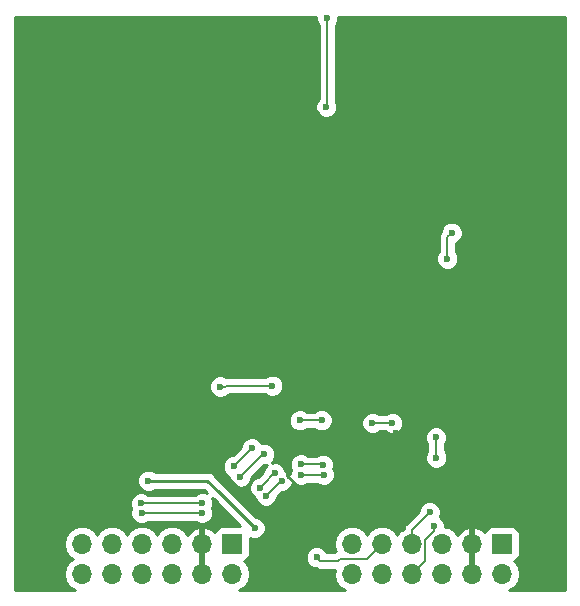
<source format=gbl>
G04 #@! TF.GenerationSoftware,KiCad,Pcbnew,5.0.0*
G04 #@! TF.CreationDate,2018-07-16T13:27:37+02:00*
G04 #@! TF.ProjectId,csipmod,637369706D6F642E6B696361645F7063,rev?*
G04 #@! TF.SameCoordinates,Original*
G04 #@! TF.FileFunction,Copper,L4,Bot,Signal*
G04 #@! TF.FilePolarity,Positive*
%FSLAX46Y46*%
G04 Gerber Fmt 4.6, Leading zero omitted, Abs format (unit mm)*
G04 Created by KiCad (PCBNEW 5.0.0) date Mon Jul 16 13:27:37 2018*
%MOMM*%
%LPD*%
G01*
G04 APERTURE LIST*
G04 #@! TA.AperFunction,ComponentPad*
%ADD10R,1.700000X1.700000*%
G04 #@! TD*
G04 #@! TA.AperFunction,ComponentPad*
%ADD11O,1.700000X1.700000*%
G04 #@! TD*
G04 #@! TA.AperFunction,ViaPad*
%ADD12C,0.600000*%
G04 #@! TD*
G04 #@! TA.AperFunction,Conductor*
%ADD13C,0.250000*%
G04 #@! TD*
G04 #@! TA.AperFunction,Conductor*
%ADD14C,0.180000*%
G04 #@! TD*
G04 #@! TA.AperFunction,Conductor*
%ADD15C,0.254000*%
G04 #@! TD*
G04 APERTURE END LIST*
D10*
G04 #@! TO.P,J1,6*
G04 #@! TO.N,+3V3*
X132080000Y-86360000D03*
D11*
G04 #@! TO.P,J1,12*
X132080000Y-88900000D03*
G04 #@! TO.P,J1,5*
G04 #@! TO.N,GND*
X129540000Y-86360000D03*
G04 #@! TO.P,J1,11*
X129540000Y-88900000D03*
G04 #@! TO.P,J1,4*
G04 #@! TO.N,/LPD0+*
X127000000Y-86360000D03*
G04 #@! TO.P,J1,10*
G04 #@! TO.N,/LPD1+*
X127000000Y-88900000D03*
G04 #@! TO.P,J1,3*
G04 #@! TO.N,/LPD0-*
X124460000Y-86360000D03*
G04 #@! TO.P,J1,9*
G04 #@! TO.N,/LPD1-*
X124460000Y-88900000D03*
G04 #@! TO.P,J1,2*
G04 #@! TO.N,/LPCLK+*
X121920000Y-86360000D03*
G04 #@! TO.P,J1,8*
G04 #@! TO.N,/LPDREF*
X121920000Y-88900000D03*
G04 #@! TO.P,J1,1*
G04 #@! TO.N,/LPCLK-*
X119380000Y-86360000D03*
G04 #@! TO.P,J1,7*
G04 #@! TO.N,/CAM_ENABLE*
X119380000Y-88900000D03*
G04 #@! TD*
G04 #@! TO.P,J2,7*
G04 #@! TO.N,/HSD0+*
X142240000Y-88900000D03*
G04 #@! TO.P,J2,1*
G04 #@! TO.N,/HSD1-*
X142240000Y-86360000D03*
G04 #@! TO.P,J2,8*
G04 #@! TO.N,/HSD1+*
X144780000Y-88900000D03*
G04 #@! TO.P,J2,2*
G04 #@! TO.N,/HSD0-*
X144780000Y-86360000D03*
G04 #@! TO.P,J2,9*
G04 #@! TO.N,/HSCLK+*
X147320000Y-88900000D03*
G04 #@! TO.P,J2,3*
G04 #@! TO.N,/FPGA_SDA*
X147320000Y-86360000D03*
G04 #@! TO.P,J2,10*
G04 #@! TO.N,/FPGA_SCL*
X149860000Y-88900000D03*
G04 #@! TO.P,J2,4*
G04 #@! TO.N,/HSCLK-*
X149860000Y-86360000D03*
G04 #@! TO.P,J2,11*
G04 #@! TO.N,GND*
X152400000Y-88900000D03*
G04 #@! TO.P,J2,5*
X152400000Y-86360000D03*
G04 #@! TO.P,J2,12*
G04 #@! TO.N,+3V3*
X154940000Y-88900000D03*
D10*
G04 #@! TO.P,J2,6*
X154940000Y-86360000D03*
G04 #@! TD*
D12*
G04 #@! TO.N,+3V3*
X134000000Y-85000000D03*
X125000000Y-81000000D03*
G04 #@! TO.N,GND*
X158200000Y-74990000D03*
X152030000Y-73190000D03*
X157700000Y-64790000D03*
X154040000Y-66860000D03*
X127000000Y-78000000D03*
X131750000Y-77500000D03*
X131750000Y-75750000D03*
X130750000Y-79750000D03*
X133250000Y-81750000D03*
X134750000Y-83750000D03*
X138000000Y-87000000D03*
X136500000Y-89750000D03*
X133750000Y-88250000D03*
X140750000Y-85000000D03*
X137500000Y-81750000D03*
X136750000Y-79250000D03*
X137750000Y-77250000D03*
X133750000Y-76250000D03*
X140000000Y-77250000D03*
X141250000Y-76250000D03*
X143750000Y-77250000D03*
X143250000Y-78500000D03*
X141500000Y-80500000D03*
X143000000Y-82750000D03*
X146000000Y-83750000D03*
X144750000Y-82750000D03*
X143500000Y-80250000D03*
X146000000Y-80250000D03*
X146000000Y-77000000D03*
X148500000Y-75000000D03*
X148000000Y-80250000D03*
X148000000Y-82250000D03*
X135750000Y-69500000D03*
X129750000Y-69500000D03*
X135500000Y-76250000D03*
X141750000Y-69500000D03*
X147750000Y-69500000D03*
X145750000Y-63000000D03*
X141750000Y-63000000D03*
X135500000Y-63000000D03*
X135500000Y-60500000D03*
X135500000Y-58250000D03*
X135500000Y-56250000D03*
X134500000Y-54000000D03*
X133000000Y-52000000D03*
X133000000Y-50000000D03*
X130000000Y-50000000D03*
X130000000Y-52000000D03*
X131250000Y-54000000D03*
X131250000Y-56250000D03*
X131250000Y-58250000D03*
X131250000Y-63000000D03*
X130500000Y-65500000D03*
X130000000Y-67500000D03*
X135500000Y-65250000D03*
X141750000Y-65250000D03*
X141750000Y-60500000D03*
X141750000Y-58250000D03*
X140500000Y-55750000D03*
X139000000Y-53500000D03*
X137250000Y-51750000D03*
X136000000Y-50000000D03*
X139250000Y-50000000D03*
X142000000Y-52250000D03*
X145000000Y-54250000D03*
X146750000Y-58250000D03*
X146750000Y-60750000D03*
X147750000Y-65500000D03*
X126750000Y-68500000D03*
X126750000Y-58250000D03*
X115000000Y-70000000D03*
X115000000Y-76000000D03*
X115000000Y-88000000D03*
X151500000Y-82000000D03*
X154000000Y-80750000D03*
X156250000Y-80750000D03*
X156500000Y-77500000D03*
X159750000Y-77500000D03*
X160000000Y-76000000D03*
X157500000Y-85250000D03*
X157500000Y-89250000D03*
X160000000Y-89250000D03*
X160000000Y-62250000D03*
X160000000Y-49750000D03*
X157500000Y-45000000D03*
X154250000Y-49750000D03*
X148000000Y-49750000D03*
X148000000Y-51500000D03*
X154250000Y-51500000D03*
X154250000Y-54750000D03*
X154250000Y-59000000D03*
X151500000Y-59000000D03*
X151500000Y-54750000D03*
X151500000Y-51500000D03*
X150000000Y-45000000D03*
X150000000Y-42500000D03*
X118750000Y-84250000D03*
X124000000Y-82000000D03*
X120750000Y-80000000D03*
X121000000Y-78000000D03*
G04 #@! TO.N,/CAM_SDA*
X150320000Y-62200000D03*
X150670000Y-60020000D03*
G04 #@! TO.N,/FPGA_SCL*
X149347919Y-77340000D03*
X149370000Y-79060000D03*
G04 #@! TO.N,/FPGA_SDA*
X148807919Y-83670000D03*
G04 #@! TO.N,/HSD0-*
X139250000Y-87500000D03*
G04 #@! TO.N,/LPD1-*
X131090000Y-73030000D03*
X135490000Y-72950000D03*
G04 #@! TO.N,/LPD0+*
X133760000Y-78250000D03*
X132220000Y-79790000D03*
G04 #@! TO.N,/LPCLK+*
X124420000Y-83750000D03*
X129560000Y-83750000D03*
X134950700Y-82311021D03*
X136290000Y-81030000D03*
X137925584Y-80519514D03*
X139846955Y-80486511D03*
X143975000Y-76110000D03*
X145660000Y-76120000D03*
G04 #@! TO.N,/HSCLK+*
X149168929Y-84832032D03*
G04 #@! TO.N,/LPCLK-*
X124386909Y-82900643D03*
X129560000Y-82890000D03*
X134470000Y-81610000D03*
X135680000Y-80380000D03*
X137910000Y-79630000D03*
X139770000Y-79640000D03*
G04 #@! TO.N,/LPD1+*
X134820000Y-78760000D03*
X137820000Y-75890000D03*
X139660000Y-75880000D03*
X132790000Y-80670000D03*
G04 #@! TO.N,/CAM_ENABLE*
X140150000Y-41850000D03*
X140060000Y-49350000D03*
G04 #@! TD*
D13*
G04 #@! TO.N,+3V3*
X134000000Y-85000000D02*
X131000000Y-82000000D01*
X131000000Y-82000000D02*
X130000000Y-81000000D01*
X130000000Y-81000000D02*
X125000000Y-81000000D01*
G04 #@! TO.N,GND*
X131750000Y-77500000D02*
X131750000Y-78750000D01*
X131750000Y-78750000D02*
X130750000Y-79750000D01*
X130750000Y-79750000D02*
X132750000Y-81750000D01*
X132750000Y-81750000D02*
X133250000Y-81750000D01*
X133250000Y-81750000D02*
X133250000Y-82250000D01*
X133250000Y-82250000D02*
X134750000Y-83750000D01*
X138000000Y-87000000D02*
X136500000Y-88500000D01*
X136500000Y-88500000D02*
X136500000Y-89750000D01*
X138299999Y-86700001D02*
X138299999Y-86450001D01*
X138000000Y-87000000D02*
X138299999Y-86700001D01*
X138299999Y-86450001D02*
X139750000Y-85000000D01*
X139750000Y-85000000D02*
X140750000Y-85000000D01*
X136750000Y-80575736D02*
X136750000Y-79250000D01*
X137500000Y-81750000D02*
X137500000Y-81325736D01*
X137500000Y-81325736D02*
X136750000Y-80575736D01*
X137750000Y-77250000D02*
X136750000Y-76250000D01*
X135500000Y-76250000D02*
X133750000Y-76250000D01*
X136750000Y-76250000D02*
X135500000Y-76250000D01*
X137750000Y-77250000D02*
X140000000Y-77250000D01*
X141250000Y-76250000D02*
X142750000Y-76250000D01*
X142750000Y-76250000D02*
X143750000Y-77250000D01*
X143250000Y-78500000D02*
X141500000Y-80250000D01*
X141500000Y-80250000D02*
X141500000Y-80500000D01*
X143000000Y-82750000D02*
X144000000Y-83750000D01*
X144000000Y-83750000D02*
X146000000Y-83750000D01*
X144750000Y-82750000D02*
X144750000Y-81500000D01*
X144750000Y-81500000D02*
X143500000Y-80250000D01*
X143500000Y-80250000D02*
X146000000Y-80250000D01*
X146000000Y-77000000D02*
X146500000Y-77000000D01*
X146500000Y-77000000D02*
X148500000Y-75000000D01*
X150310000Y-73190000D02*
X148500000Y-75000000D01*
X152030000Y-73190000D02*
X150310000Y-73190000D01*
X146000000Y-80250000D02*
X148000000Y-80250000D01*
X136065001Y-74184999D02*
X136750000Y-73500000D01*
X135750000Y-69500000D02*
X129750000Y-69500000D01*
X135500000Y-76250000D02*
X135799999Y-75950001D01*
X135799999Y-75950001D02*
X135799999Y-74700001D01*
X136750000Y-73500000D02*
X136750000Y-70000000D01*
X135799999Y-74700001D02*
X136065001Y-74434999D01*
X136750000Y-70000000D02*
X136250000Y-69500000D01*
X136065001Y-74434999D02*
X136065001Y-74184999D01*
X136250000Y-69500000D02*
X135750000Y-69500000D01*
X141750000Y-69500000D02*
X143000000Y-69500000D01*
X147750000Y-65000000D02*
X145750000Y-63000000D01*
X141750000Y-63000000D02*
X135500000Y-63000000D01*
X135500000Y-60500000D02*
X135500000Y-58250000D01*
X135500000Y-56250000D02*
X135500000Y-55000000D01*
X135500000Y-55000000D02*
X134500000Y-54000000D01*
X133000000Y-52000000D02*
X133000000Y-50000000D01*
X130000000Y-50000000D02*
X130000000Y-52000000D01*
X131250000Y-54000000D02*
X131250000Y-56250000D01*
X131250000Y-56250000D02*
X131250000Y-58250000D01*
X131250000Y-58250000D02*
X131250000Y-63000000D01*
X130500000Y-65500000D02*
X130500000Y-67000000D01*
X130500000Y-67000000D02*
X130000000Y-67500000D01*
X135500000Y-69250000D02*
X135750000Y-69500000D01*
X135500000Y-65250000D02*
X135500000Y-69250000D01*
X141750000Y-63000000D02*
X141750000Y-60500000D01*
X141750000Y-58250000D02*
X141750000Y-57000000D01*
X141750000Y-57000000D02*
X140500000Y-55750000D01*
X139000000Y-53500000D02*
X137250000Y-51750000D01*
X136000000Y-50000000D02*
X139250000Y-50000000D01*
X142000000Y-52250000D02*
X143000000Y-52250000D01*
X143000000Y-52250000D02*
X145000000Y-54250000D01*
X146750000Y-58250000D02*
X146750000Y-60750000D01*
X147750000Y-65500000D02*
X147750000Y-65000000D01*
X147750000Y-69500000D02*
X147750000Y-65500000D01*
X129750000Y-69500000D02*
X127750000Y-69500000D01*
X127750000Y-69500000D02*
X126750000Y-68500000D01*
X126450001Y-68200001D02*
X116049999Y-68200001D01*
X126750000Y-68500000D02*
X126450001Y-68200001D01*
X116049999Y-68200001D02*
X115000000Y-69250000D01*
X115000000Y-69250000D02*
X115000000Y-70000000D01*
X115000000Y-76000000D02*
X115000000Y-88000000D01*
X152400000Y-86360000D02*
X152400000Y-82900000D01*
X152400000Y-82900000D02*
X151500000Y-82000000D01*
X151500000Y-82000000D02*
X152750000Y-82000000D01*
X152750000Y-82000000D02*
X154000000Y-80750000D01*
X154000000Y-80750000D02*
X156250000Y-80750000D01*
X156500000Y-77500000D02*
X159750000Y-77500000D01*
X156250000Y-80750000D02*
X156250000Y-84000000D01*
X156250000Y-84000000D02*
X157500000Y-85250000D01*
X157500000Y-89250000D02*
X160000000Y-89250000D01*
X160000000Y-76000000D02*
X160000000Y-62250000D01*
X160000000Y-49750000D02*
X160000000Y-47500000D01*
X160000000Y-47500000D02*
X157500000Y-45000000D01*
X160000000Y-49750000D02*
X154250000Y-49750000D01*
X148000000Y-49750000D02*
X148000000Y-51500000D01*
X154250000Y-54750000D02*
X154250000Y-59000000D01*
X151500000Y-59000000D02*
X151500000Y-54750000D01*
X148000000Y-49750000D02*
X148000000Y-47000000D01*
X148000000Y-47000000D02*
X150000000Y-45000000D01*
X115000000Y-88000000D02*
X117000000Y-88000000D01*
X117000000Y-88000000D02*
X116750000Y-87750000D01*
X116750000Y-87750000D02*
X116750000Y-86250000D01*
X116750000Y-86250000D02*
X118750000Y-84250000D01*
X120750000Y-80000000D02*
X120750000Y-78250000D01*
X120750000Y-78250000D02*
X121000000Y-78000000D01*
D14*
G04 #@! TO.N,/CAM_SDA*
X150320000Y-62200000D02*
X150320000Y-60370000D01*
X150320000Y-60370000D02*
X150670000Y-60020000D01*
G04 #@! TO.N,/FPGA_SCL*
X149347919Y-77340000D02*
X149347919Y-79037919D01*
X149347919Y-79037919D02*
X149370000Y-79060000D01*
G04 #@! TO.N,/FPGA_SDA*
X147320000Y-85157919D02*
X148807919Y-83670000D01*
X147320000Y-86360000D02*
X147320000Y-85157919D01*
G04 #@! TO.N,/HSD0-*
X144780000Y-86360000D02*
X143510000Y-87630000D01*
X139549999Y-87799999D02*
X141060001Y-87799999D01*
X139250000Y-87500000D02*
X139549999Y-87799999D01*
X141230000Y-87630000D02*
X141060001Y-87799999D01*
X143510000Y-87630000D02*
X141230000Y-87630000D01*
G04 #@! TO.N,/LPD1-*
X131514264Y-73030000D02*
X131594264Y-72950000D01*
X131090000Y-73030000D02*
X131514264Y-73030000D01*
X131594264Y-72950000D02*
X135490000Y-72950000D01*
G04 #@! TO.N,/LPD0+*
X133760000Y-78250000D02*
X132220000Y-79790000D01*
G04 #@! TO.N,/LPCLK+*
X124420000Y-83750000D02*
X129560000Y-83750000D01*
X134950700Y-82311021D02*
X136231721Y-81030000D01*
X136231721Y-81030000D02*
X136290000Y-81030000D01*
X137925584Y-80519514D02*
X139813952Y-80519514D01*
X139813952Y-80519514D02*
X139846955Y-80486511D01*
X143975000Y-76110000D02*
X145650000Y-76110000D01*
X145650000Y-76110000D02*
X145660000Y-76120000D01*
G04 #@! TO.N,/HSCLK+*
X148169999Y-88050001D02*
X147320000Y-88900000D01*
X148410001Y-87809999D02*
X148169999Y-88050001D01*
X148410001Y-86015224D02*
X148410001Y-87809999D01*
X149168929Y-85256296D02*
X148410001Y-86015224D01*
X149168929Y-84832032D02*
X149168929Y-85256296D01*
G04 #@! TO.N,/LPCLK-*
X124386909Y-82900643D02*
X129549357Y-82900643D01*
X129549357Y-82900643D02*
X129560000Y-82890000D01*
X134769999Y-81310001D02*
X134769999Y-81250001D01*
X134470000Y-81610000D02*
X134769999Y-81310001D01*
X134769999Y-81250001D02*
X135640000Y-80380000D01*
X135640000Y-80380000D02*
X135680000Y-80380000D01*
X137910000Y-79630000D02*
X139760000Y-79630000D01*
X139760000Y-79630000D02*
X139770000Y-79640000D01*
G04 #@! TO.N,/LPD1+*
X137820000Y-75890000D02*
X139650000Y-75890000D01*
X139650000Y-75890000D02*
X139660000Y-75880000D01*
X134690000Y-78760000D02*
X134820000Y-78760000D01*
X132790000Y-80670000D02*
X134690000Y-78760000D01*
G04 #@! TO.N,/CAM_ENABLE*
X140150000Y-41850000D02*
X140150000Y-49260000D01*
X140150000Y-49260000D02*
X140060000Y-49350000D01*
G04 #@! TD*
D15*
G04 #@! TO.N,GND*
G36*
X139215000Y-42035983D02*
X139357345Y-42379635D01*
X139425000Y-42447290D01*
X139425001Y-48662709D01*
X139267345Y-48820365D01*
X139125000Y-49164017D01*
X139125000Y-49535983D01*
X139267345Y-49879635D01*
X139530365Y-50142655D01*
X139874017Y-50285000D01*
X140245983Y-50285000D01*
X140589635Y-50142655D01*
X140852655Y-49879635D01*
X140995000Y-49535983D01*
X140995000Y-49164017D01*
X140875000Y-48874311D01*
X140875000Y-42447290D01*
X140942655Y-42379635D01*
X141085000Y-42035983D01*
X141085000Y-41735000D01*
X160265001Y-41735000D01*
X160265000Y-83927612D01*
X160265000Y-83927613D01*
X160265001Y-90265000D01*
X155570062Y-90265000D01*
X156010625Y-89970625D01*
X156338839Y-89479418D01*
X156454092Y-88900000D01*
X156338839Y-88320582D01*
X156010625Y-87829375D01*
X155992381Y-87817184D01*
X156037765Y-87808157D01*
X156247809Y-87667809D01*
X156388157Y-87457765D01*
X156437440Y-87210000D01*
X156437440Y-85510000D01*
X156388157Y-85262235D01*
X156247809Y-85052191D01*
X156037765Y-84911843D01*
X155790000Y-84862560D01*
X154090000Y-84862560D01*
X153842235Y-84911843D01*
X153632191Y-85052191D01*
X153491843Y-85262235D01*
X153471261Y-85365708D01*
X153166924Y-85088355D01*
X152756890Y-84918524D01*
X152527000Y-85039845D01*
X152527000Y-86233000D01*
X152547000Y-86233000D01*
X152547000Y-86487000D01*
X152527000Y-86487000D01*
X152527000Y-88773000D01*
X152547000Y-88773000D01*
X152547000Y-89027000D01*
X152527000Y-89027000D01*
X152527000Y-89047000D01*
X152273000Y-89047000D01*
X152273000Y-89027000D01*
X152253000Y-89027000D01*
X152253000Y-88773000D01*
X152273000Y-88773000D01*
X152273000Y-86487000D01*
X152253000Y-86487000D01*
X152253000Y-86233000D01*
X152273000Y-86233000D01*
X152273000Y-85039845D01*
X152043110Y-84918524D01*
X151633076Y-85088355D01*
X151204817Y-85478642D01*
X151143843Y-85608478D01*
X150930625Y-85289375D01*
X150439418Y-84961161D01*
X150103929Y-84894428D01*
X150103929Y-84646049D01*
X149961584Y-84302397D01*
X149698564Y-84039377D01*
X149671584Y-84028202D01*
X149742919Y-83855983D01*
X149742919Y-83484017D01*
X149600574Y-83140365D01*
X149337554Y-82877345D01*
X148993902Y-82735000D01*
X148621936Y-82735000D01*
X148278284Y-82877345D01*
X148015264Y-83140365D01*
X147872919Y-83484017D01*
X147872919Y-83579695D01*
X146857836Y-84594779D01*
X146797306Y-84635224D01*
X146756860Y-84695755D01*
X146756858Y-84695757D01*
X146637065Y-84875039D01*
X146601442Y-85054131D01*
X146249375Y-85289375D01*
X146050000Y-85587761D01*
X145850625Y-85289375D01*
X145359418Y-84961161D01*
X144926256Y-84875000D01*
X144633744Y-84875000D01*
X144200582Y-84961161D01*
X143709375Y-85289375D01*
X143510000Y-85587761D01*
X143310625Y-85289375D01*
X142819418Y-84961161D01*
X142386256Y-84875000D01*
X142093744Y-84875000D01*
X141660582Y-84961161D01*
X141169375Y-85289375D01*
X140841161Y-85780582D01*
X140725908Y-86360000D01*
X140841161Y-86939418D01*
X140877398Y-86993651D01*
X140755654Y-87074999D01*
X140085996Y-87074999D01*
X140042655Y-86970365D01*
X139779635Y-86707345D01*
X139435983Y-86565000D01*
X139064017Y-86565000D01*
X138720365Y-86707345D01*
X138457345Y-86970365D01*
X138315000Y-87314017D01*
X138315000Y-87685983D01*
X138457345Y-88029635D01*
X138720365Y-88292655D01*
X139064017Y-88435000D01*
X139195380Y-88435000D01*
X139267118Y-88482934D01*
X139478595Y-88524999D01*
X139478599Y-88524999D01*
X139549999Y-88539201D01*
X139621399Y-88524999D01*
X140800500Y-88524999D01*
X140725908Y-88900000D01*
X140841161Y-89479418D01*
X141169375Y-89970625D01*
X141609938Y-90265000D01*
X132710062Y-90265000D01*
X133150625Y-89970625D01*
X133478839Y-89479418D01*
X133594092Y-88900000D01*
X133478839Y-88320582D01*
X133150625Y-87829375D01*
X133132381Y-87817184D01*
X133177765Y-87808157D01*
X133387809Y-87667809D01*
X133528157Y-87457765D01*
X133577440Y-87210000D01*
X133577440Y-85837007D01*
X133814017Y-85935000D01*
X134185983Y-85935000D01*
X134529635Y-85792655D01*
X134792655Y-85529635D01*
X134935000Y-85185983D01*
X134935000Y-84814017D01*
X134792655Y-84470365D01*
X134529635Y-84207345D01*
X134185983Y-84065000D01*
X134139802Y-84065000D01*
X131590331Y-81515530D01*
X131590329Y-81515527D01*
X130590331Y-80515530D01*
X130547929Y-80452071D01*
X130296537Y-80284096D01*
X130074852Y-80240000D01*
X130074847Y-80240000D01*
X130000000Y-80225112D01*
X129925153Y-80240000D01*
X125562290Y-80240000D01*
X125529635Y-80207345D01*
X125185983Y-80065000D01*
X124814017Y-80065000D01*
X124470365Y-80207345D01*
X124207345Y-80470365D01*
X124065000Y-80814017D01*
X124065000Y-81185983D01*
X124207345Y-81529635D01*
X124470365Y-81792655D01*
X124814017Y-81935000D01*
X125185983Y-81935000D01*
X125529635Y-81792655D01*
X125562290Y-81760000D01*
X129685199Y-81760000D01*
X129975103Y-82049904D01*
X129745983Y-81955000D01*
X129374017Y-81955000D01*
X129030365Y-82097345D01*
X128952067Y-82175643D01*
X124984199Y-82175643D01*
X124916544Y-82107988D01*
X124572892Y-81965643D01*
X124200926Y-81965643D01*
X123857274Y-82107988D01*
X123594254Y-82371008D01*
X123451909Y-82714660D01*
X123451909Y-83086626D01*
X123567325Y-83365266D01*
X123485000Y-83564017D01*
X123485000Y-83935983D01*
X123627345Y-84279635D01*
X123890365Y-84542655D01*
X124234017Y-84685000D01*
X124605983Y-84685000D01*
X124949635Y-84542655D01*
X125017290Y-84475000D01*
X128962710Y-84475000D01*
X129030365Y-84542655D01*
X129374017Y-84685000D01*
X129745983Y-84685000D01*
X130089635Y-84542655D01*
X130352655Y-84279635D01*
X130495000Y-83935983D01*
X130495000Y-83564017D01*
X130393925Y-83320000D01*
X130495000Y-83075983D01*
X130495000Y-82704017D01*
X130400096Y-82474898D01*
X130515527Y-82590329D01*
X130515530Y-82590331D01*
X132787758Y-84862560D01*
X131230000Y-84862560D01*
X130982235Y-84911843D01*
X130772191Y-85052191D01*
X130631843Y-85262235D01*
X130611261Y-85365708D01*
X130306924Y-85088355D01*
X129896890Y-84918524D01*
X129667000Y-85039845D01*
X129667000Y-86233000D01*
X129687000Y-86233000D01*
X129687000Y-86487000D01*
X129667000Y-86487000D01*
X129667000Y-88773000D01*
X129687000Y-88773000D01*
X129687000Y-89027000D01*
X129667000Y-89027000D01*
X129667000Y-89047000D01*
X129413000Y-89047000D01*
X129413000Y-89027000D01*
X129393000Y-89027000D01*
X129393000Y-88773000D01*
X129413000Y-88773000D01*
X129413000Y-86487000D01*
X129393000Y-86487000D01*
X129393000Y-86233000D01*
X129413000Y-86233000D01*
X129413000Y-85039845D01*
X129183110Y-84918524D01*
X128773076Y-85088355D01*
X128344817Y-85478642D01*
X128283843Y-85608478D01*
X128070625Y-85289375D01*
X127579418Y-84961161D01*
X127146256Y-84875000D01*
X126853744Y-84875000D01*
X126420582Y-84961161D01*
X125929375Y-85289375D01*
X125730000Y-85587761D01*
X125530625Y-85289375D01*
X125039418Y-84961161D01*
X124606256Y-84875000D01*
X124313744Y-84875000D01*
X123880582Y-84961161D01*
X123389375Y-85289375D01*
X123190000Y-85587761D01*
X122990625Y-85289375D01*
X122499418Y-84961161D01*
X122066256Y-84875000D01*
X121773744Y-84875000D01*
X121340582Y-84961161D01*
X120849375Y-85289375D01*
X120650000Y-85587761D01*
X120450625Y-85289375D01*
X119959418Y-84961161D01*
X119526256Y-84875000D01*
X119233744Y-84875000D01*
X118800582Y-84961161D01*
X118309375Y-85289375D01*
X117981161Y-85780582D01*
X117865908Y-86360000D01*
X117981161Y-86939418D01*
X118309375Y-87430625D01*
X118607761Y-87630000D01*
X118309375Y-87829375D01*
X117981161Y-88320582D01*
X117865908Y-88900000D01*
X117981161Y-89479418D01*
X118309375Y-89970625D01*
X118749938Y-90265000D01*
X113735000Y-90265000D01*
X113735000Y-79604017D01*
X131285000Y-79604017D01*
X131285000Y-79975983D01*
X131427345Y-80319635D01*
X131690365Y-80582655D01*
X131855000Y-80650849D01*
X131855000Y-80855983D01*
X131997345Y-81199635D01*
X132260365Y-81462655D01*
X132604017Y-81605000D01*
X132975983Y-81605000D01*
X133319635Y-81462655D01*
X133582655Y-81199635D01*
X133725000Y-80855983D01*
X133725000Y-80758084D01*
X134782519Y-79695000D01*
X135005983Y-79695000D01*
X135068680Y-79669030D01*
X134887345Y-79850365D01*
X134745000Y-80194017D01*
X134745000Y-80249695D01*
X134319696Y-80675000D01*
X134284017Y-80675000D01*
X133940365Y-80817345D01*
X133677345Y-81080365D01*
X133535000Y-81424017D01*
X133535000Y-81795983D01*
X133677345Y-82139635D01*
X133940365Y-82402655D01*
X134015700Y-82433860D01*
X134015700Y-82497004D01*
X134158045Y-82840656D01*
X134421065Y-83103676D01*
X134764717Y-83246021D01*
X135136683Y-83246021D01*
X135480335Y-83103676D01*
X135743355Y-82840656D01*
X135885700Y-82497004D01*
X135885700Y-82401325D01*
X136322026Y-81965000D01*
X136475983Y-81965000D01*
X136819635Y-81822655D01*
X137082655Y-81559635D01*
X137225000Y-81215983D01*
X137225000Y-81141220D01*
X137395949Y-81312169D01*
X137739601Y-81454514D01*
X138111567Y-81454514D01*
X138455219Y-81312169D01*
X138522874Y-81244514D01*
X139282668Y-81244514D01*
X139317320Y-81279166D01*
X139660972Y-81421511D01*
X140032938Y-81421511D01*
X140376590Y-81279166D01*
X140639610Y-81016146D01*
X140781955Y-80672494D01*
X140781955Y-80300528D01*
X140645196Y-79970362D01*
X140705000Y-79825983D01*
X140705000Y-79454017D01*
X140562655Y-79110365D01*
X140299635Y-78847345D01*
X139955983Y-78705000D01*
X139584017Y-78705000D01*
X139240365Y-78847345D01*
X139182710Y-78905000D01*
X138507290Y-78905000D01*
X138439635Y-78837345D01*
X138095983Y-78695000D01*
X137724017Y-78695000D01*
X137380365Y-78837345D01*
X137117345Y-79100365D01*
X136975000Y-79444017D01*
X136975000Y-79815983D01*
X137089979Y-80093569D01*
X136990584Y-80333531D01*
X136990584Y-80408294D01*
X136819635Y-80237345D01*
X136594283Y-80144001D01*
X136472655Y-79850365D01*
X136209635Y-79587345D01*
X135865983Y-79445000D01*
X135494017Y-79445000D01*
X135431320Y-79470970D01*
X135612655Y-79289635D01*
X135755000Y-78945983D01*
X135755000Y-78574017D01*
X135612655Y-78230365D01*
X135349635Y-77967345D01*
X135005983Y-77825000D01*
X134634017Y-77825000D01*
X134601564Y-77838442D01*
X134552655Y-77720365D01*
X134289635Y-77457345D01*
X133945983Y-77315000D01*
X133574017Y-77315000D01*
X133230365Y-77457345D01*
X132967345Y-77720365D01*
X132825000Y-78064017D01*
X132825000Y-78159695D01*
X132129696Y-78855000D01*
X132034017Y-78855000D01*
X131690365Y-78997345D01*
X131427345Y-79260365D01*
X131285000Y-79604017D01*
X113735000Y-79604017D01*
X113735000Y-77154017D01*
X148412919Y-77154017D01*
X148412919Y-77525983D01*
X148555264Y-77869635D01*
X148622919Y-77937290D01*
X148622920Y-78484790D01*
X148577345Y-78530365D01*
X148435000Y-78874017D01*
X148435000Y-79245983D01*
X148577345Y-79589635D01*
X148840365Y-79852655D01*
X149184017Y-79995000D01*
X149555983Y-79995000D01*
X149899635Y-79852655D01*
X150162655Y-79589635D01*
X150305000Y-79245983D01*
X150305000Y-78874017D01*
X150162655Y-78530365D01*
X150072919Y-78440629D01*
X150072919Y-77937290D01*
X150140574Y-77869635D01*
X150282919Y-77525983D01*
X150282919Y-77154017D01*
X150140574Y-76810365D01*
X149877554Y-76547345D01*
X149533902Y-76405000D01*
X149161936Y-76405000D01*
X148818284Y-76547345D01*
X148555264Y-76810365D01*
X148412919Y-77154017D01*
X113735000Y-77154017D01*
X113735000Y-75704017D01*
X136885000Y-75704017D01*
X136885000Y-76075983D01*
X137027345Y-76419635D01*
X137290365Y-76682655D01*
X137634017Y-76825000D01*
X138005983Y-76825000D01*
X138349635Y-76682655D01*
X138417290Y-76615000D01*
X139072710Y-76615000D01*
X139130365Y-76672655D01*
X139474017Y-76815000D01*
X139845983Y-76815000D01*
X140189635Y-76672655D01*
X140452655Y-76409635D01*
X140595000Y-76065983D01*
X140595000Y-75924017D01*
X143040000Y-75924017D01*
X143040000Y-76295983D01*
X143182345Y-76639635D01*
X143445365Y-76902655D01*
X143789017Y-77045000D01*
X144160983Y-77045000D01*
X144504635Y-76902655D01*
X144572290Y-76835000D01*
X145052710Y-76835000D01*
X145130365Y-76912655D01*
X145474017Y-77055000D01*
X145845983Y-77055000D01*
X146189635Y-76912655D01*
X146452655Y-76649635D01*
X146595000Y-76305983D01*
X146595000Y-75934017D01*
X146452655Y-75590365D01*
X146189635Y-75327345D01*
X145845983Y-75185000D01*
X145474017Y-75185000D01*
X145130365Y-75327345D01*
X145072710Y-75385000D01*
X144572290Y-75385000D01*
X144504635Y-75317345D01*
X144160983Y-75175000D01*
X143789017Y-75175000D01*
X143445365Y-75317345D01*
X143182345Y-75580365D01*
X143040000Y-75924017D01*
X140595000Y-75924017D01*
X140595000Y-75694017D01*
X140452655Y-75350365D01*
X140189635Y-75087345D01*
X139845983Y-74945000D01*
X139474017Y-74945000D01*
X139130365Y-75087345D01*
X139052710Y-75165000D01*
X138417290Y-75165000D01*
X138349635Y-75097345D01*
X138005983Y-74955000D01*
X137634017Y-74955000D01*
X137290365Y-75097345D01*
X137027345Y-75360365D01*
X136885000Y-75704017D01*
X113735000Y-75704017D01*
X113735000Y-72844017D01*
X130155000Y-72844017D01*
X130155000Y-73215983D01*
X130297345Y-73559635D01*
X130560365Y-73822655D01*
X130904017Y-73965000D01*
X131275983Y-73965000D01*
X131619635Y-73822655D01*
X131712523Y-73729767D01*
X131797145Y-73712935D01*
X131853918Y-73675000D01*
X134892710Y-73675000D01*
X134960365Y-73742655D01*
X135304017Y-73885000D01*
X135675983Y-73885000D01*
X136019635Y-73742655D01*
X136282655Y-73479635D01*
X136425000Y-73135983D01*
X136425000Y-72764017D01*
X136282655Y-72420365D01*
X136019635Y-72157345D01*
X135675983Y-72015000D01*
X135304017Y-72015000D01*
X134960365Y-72157345D01*
X134892710Y-72225000D01*
X131665662Y-72225000D01*
X131594263Y-72210798D01*
X131568106Y-72216001D01*
X131275983Y-72095000D01*
X130904017Y-72095000D01*
X130560365Y-72237345D01*
X130297345Y-72500365D01*
X130155000Y-72844017D01*
X113735000Y-72844017D01*
X113735000Y-62014017D01*
X149385000Y-62014017D01*
X149385000Y-62385983D01*
X149527345Y-62729635D01*
X149790365Y-62992655D01*
X150134017Y-63135000D01*
X150505983Y-63135000D01*
X150849635Y-62992655D01*
X151112655Y-62729635D01*
X151255000Y-62385983D01*
X151255000Y-62014017D01*
X151112655Y-61670365D01*
X151045000Y-61602710D01*
X151045000Y-60876707D01*
X151199635Y-60812655D01*
X151462655Y-60549635D01*
X151605000Y-60205983D01*
X151605000Y-59834017D01*
X151462655Y-59490365D01*
X151199635Y-59227345D01*
X150855983Y-59085000D01*
X150484017Y-59085000D01*
X150140365Y-59227345D01*
X149877345Y-59490365D01*
X149735000Y-59834017D01*
X149735000Y-59940551D01*
X149637065Y-60087120D01*
X149580798Y-60370000D01*
X149595001Y-60441405D01*
X149595000Y-61602710D01*
X149527345Y-61670365D01*
X149385000Y-62014017D01*
X113735000Y-62014017D01*
X113735000Y-41735000D01*
X139215000Y-41735000D01*
X139215000Y-42035983D01*
X139215000Y-42035983D01*
G37*
X139215000Y-42035983D02*
X139357345Y-42379635D01*
X139425000Y-42447290D01*
X139425001Y-48662709D01*
X139267345Y-48820365D01*
X139125000Y-49164017D01*
X139125000Y-49535983D01*
X139267345Y-49879635D01*
X139530365Y-50142655D01*
X139874017Y-50285000D01*
X140245983Y-50285000D01*
X140589635Y-50142655D01*
X140852655Y-49879635D01*
X140995000Y-49535983D01*
X140995000Y-49164017D01*
X140875000Y-48874311D01*
X140875000Y-42447290D01*
X140942655Y-42379635D01*
X141085000Y-42035983D01*
X141085000Y-41735000D01*
X160265001Y-41735000D01*
X160265000Y-83927612D01*
X160265000Y-83927613D01*
X160265001Y-90265000D01*
X155570062Y-90265000D01*
X156010625Y-89970625D01*
X156338839Y-89479418D01*
X156454092Y-88900000D01*
X156338839Y-88320582D01*
X156010625Y-87829375D01*
X155992381Y-87817184D01*
X156037765Y-87808157D01*
X156247809Y-87667809D01*
X156388157Y-87457765D01*
X156437440Y-87210000D01*
X156437440Y-85510000D01*
X156388157Y-85262235D01*
X156247809Y-85052191D01*
X156037765Y-84911843D01*
X155790000Y-84862560D01*
X154090000Y-84862560D01*
X153842235Y-84911843D01*
X153632191Y-85052191D01*
X153491843Y-85262235D01*
X153471261Y-85365708D01*
X153166924Y-85088355D01*
X152756890Y-84918524D01*
X152527000Y-85039845D01*
X152527000Y-86233000D01*
X152547000Y-86233000D01*
X152547000Y-86487000D01*
X152527000Y-86487000D01*
X152527000Y-88773000D01*
X152547000Y-88773000D01*
X152547000Y-89027000D01*
X152527000Y-89027000D01*
X152527000Y-89047000D01*
X152273000Y-89047000D01*
X152273000Y-89027000D01*
X152253000Y-89027000D01*
X152253000Y-88773000D01*
X152273000Y-88773000D01*
X152273000Y-86487000D01*
X152253000Y-86487000D01*
X152253000Y-86233000D01*
X152273000Y-86233000D01*
X152273000Y-85039845D01*
X152043110Y-84918524D01*
X151633076Y-85088355D01*
X151204817Y-85478642D01*
X151143843Y-85608478D01*
X150930625Y-85289375D01*
X150439418Y-84961161D01*
X150103929Y-84894428D01*
X150103929Y-84646049D01*
X149961584Y-84302397D01*
X149698564Y-84039377D01*
X149671584Y-84028202D01*
X149742919Y-83855983D01*
X149742919Y-83484017D01*
X149600574Y-83140365D01*
X149337554Y-82877345D01*
X148993902Y-82735000D01*
X148621936Y-82735000D01*
X148278284Y-82877345D01*
X148015264Y-83140365D01*
X147872919Y-83484017D01*
X147872919Y-83579695D01*
X146857836Y-84594779D01*
X146797306Y-84635224D01*
X146756860Y-84695755D01*
X146756858Y-84695757D01*
X146637065Y-84875039D01*
X146601442Y-85054131D01*
X146249375Y-85289375D01*
X146050000Y-85587761D01*
X145850625Y-85289375D01*
X145359418Y-84961161D01*
X144926256Y-84875000D01*
X144633744Y-84875000D01*
X144200582Y-84961161D01*
X143709375Y-85289375D01*
X143510000Y-85587761D01*
X143310625Y-85289375D01*
X142819418Y-84961161D01*
X142386256Y-84875000D01*
X142093744Y-84875000D01*
X141660582Y-84961161D01*
X141169375Y-85289375D01*
X140841161Y-85780582D01*
X140725908Y-86360000D01*
X140841161Y-86939418D01*
X140877398Y-86993651D01*
X140755654Y-87074999D01*
X140085996Y-87074999D01*
X140042655Y-86970365D01*
X139779635Y-86707345D01*
X139435983Y-86565000D01*
X139064017Y-86565000D01*
X138720365Y-86707345D01*
X138457345Y-86970365D01*
X138315000Y-87314017D01*
X138315000Y-87685983D01*
X138457345Y-88029635D01*
X138720365Y-88292655D01*
X139064017Y-88435000D01*
X139195380Y-88435000D01*
X139267118Y-88482934D01*
X139478595Y-88524999D01*
X139478599Y-88524999D01*
X139549999Y-88539201D01*
X139621399Y-88524999D01*
X140800500Y-88524999D01*
X140725908Y-88900000D01*
X140841161Y-89479418D01*
X141169375Y-89970625D01*
X141609938Y-90265000D01*
X132710062Y-90265000D01*
X133150625Y-89970625D01*
X133478839Y-89479418D01*
X133594092Y-88900000D01*
X133478839Y-88320582D01*
X133150625Y-87829375D01*
X133132381Y-87817184D01*
X133177765Y-87808157D01*
X133387809Y-87667809D01*
X133528157Y-87457765D01*
X133577440Y-87210000D01*
X133577440Y-85837007D01*
X133814017Y-85935000D01*
X134185983Y-85935000D01*
X134529635Y-85792655D01*
X134792655Y-85529635D01*
X134935000Y-85185983D01*
X134935000Y-84814017D01*
X134792655Y-84470365D01*
X134529635Y-84207345D01*
X134185983Y-84065000D01*
X134139802Y-84065000D01*
X131590331Y-81515530D01*
X131590329Y-81515527D01*
X130590331Y-80515530D01*
X130547929Y-80452071D01*
X130296537Y-80284096D01*
X130074852Y-80240000D01*
X130074847Y-80240000D01*
X130000000Y-80225112D01*
X129925153Y-80240000D01*
X125562290Y-80240000D01*
X125529635Y-80207345D01*
X125185983Y-80065000D01*
X124814017Y-80065000D01*
X124470365Y-80207345D01*
X124207345Y-80470365D01*
X124065000Y-80814017D01*
X124065000Y-81185983D01*
X124207345Y-81529635D01*
X124470365Y-81792655D01*
X124814017Y-81935000D01*
X125185983Y-81935000D01*
X125529635Y-81792655D01*
X125562290Y-81760000D01*
X129685199Y-81760000D01*
X129975103Y-82049904D01*
X129745983Y-81955000D01*
X129374017Y-81955000D01*
X129030365Y-82097345D01*
X128952067Y-82175643D01*
X124984199Y-82175643D01*
X124916544Y-82107988D01*
X124572892Y-81965643D01*
X124200926Y-81965643D01*
X123857274Y-82107988D01*
X123594254Y-82371008D01*
X123451909Y-82714660D01*
X123451909Y-83086626D01*
X123567325Y-83365266D01*
X123485000Y-83564017D01*
X123485000Y-83935983D01*
X123627345Y-84279635D01*
X123890365Y-84542655D01*
X124234017Y-84685000D01*
X124605983Y-84685000D01*
X124949635Y-84542655D01*
X125017290Y-84475000D01*
X128962710Y-84475000D01*
X129030365Y-84542655D01*
X129374017Y-84685000D01*
X129745983Y-84685000D01*
X130089635Y-84542655D01*
X130352655Y-84279635D01*
X130495000Y-83935983D01*
X130495000Y-83564017D01*
X130393925Y-83320000D01*
X130495000Y-83075983D01*
X130495000Y-82704017D01*
X130400096Y-82474898D01*
X130515527Y-82590329D01*
X130515530Y-82590331D01*
X132787758Y-84862560D01*
X131230000Y-84862560D01*
X130982235Y-84911843D01*
X130772191Y-85052191D01*
X130631843Y-85262235D01*
X130611261Y-85365708D01*
X130306924Y-85088355D01*
X129896890Y-84918524D01*
X129667000Y-85039845D01*
X129667000Y-86233000D01*
X129687000Y-86233000D01*
X129687000Y-86487000D01*
X129667000Y-86487000D01*
X129667000Y-88773000D01*
X129687000Y-88773000D01*
X129687000Y-89027000D01*
X129667000Y-89027000D01*
X129667000Y-89047000D01*
X129413000Y-89047000D01*
X129413000Y-89027000D01*
X129393000Y-89027000D01*
X129393000Y-88773000D01*
X129413000Y-88773000D01*
X129413000Y-86487000D01*
X129393000Y-86487000D01*
X129393000Y-86233000D01*
X129413000Y-86233000D01*
X129413000Y-85039845D01*
X129183110Y-84918524D01*
X128773076Y-85088355D01*
X128344817Y-85478642D01*
X128283843Y-85608478D01*
X128070625Y-85289375D01*
X127579418Y-84961161D01*
X127146256Y-84875000D01*
X126853744Y-84875000D01*
X126420582Y-84961161D01*
X125929375Y-85289375D01*
X125730000Y-85587761D01*
X125530625Y-85289375D01*
X125039418Y-84961161D01*
X124606256Y-84875000D01*
X124313744Y-84875000D01*
X123880582Y-84961161D01*
X123389375Y-85289375D01*
X123190000Y-85587761D01*
X122990625Y-85289375D01*
X122499418Y-84961161D01*
X122066256Y-84875000D01*
X121773744Y-84875000D01*
X121340582Y-84961161D01*
X120849375Y-85289375D01*
X120650000Y-85587761D01*
X120450625Y-85289375D01*
X119959418Y-84961161D01*
X119526256Y-84875000D01*
X119233744Y-84875000D01*
X118800582Y-84961161D01*
X118309375Y-85289375D01*
X117981161Y-85780582D01*
X117865908Y-86360000D01*
X117981161Y-86939418D01*
X118309375Y-87430625D01*
X118607761Y-87630000D01*
X118309375Y-87829375D01*
X117981161Y-88320582D01*
X117865908Y-88900000D01*
X117981161Y-89479418D01*
X118309375Y-89970625D01*
X118749938Y-90265000D01*
X113735000Y-90265000D01*
X113735000Y-79604017D01*
X131285000Y-79604017D01*
X131285000Y-79975983D01*
X131427345Y-80319635D01*
X131690365Y-80582655D01*
X131855000Y-80650849D01*
X131855000Y-80855983D01*
X131997345Y-81199635D01*
X132260365Y-81462655D01*
X132604017Y-81605000D01*
X132975983Y-81605000D01*
X133319635Y-81462655D01*
X133582655Y-81199635D01*
X133725000Y-80855983D01*
X133725000Y-80758084D01*
X134782519Y-79695000D01*
X135005983Y-79695000D01*
X135068680Y-79669030D01*
X134887345Y-79850365D01*
X134745000Y-80194017D01*
X134745000Y-80249695D01*
X134319696Y-80675000D01*
X134284017Y-80675000D01*
X133940365Y-80817345D01*
X133677345Y-81080365D01*
X133535000Y-81424017D01*
X133535000Y-81795983D01*
X133677345Y-82139635D01*
X133940365Y-82402655D01*
X134015700Y-82433860D01*
X134015700Y-82497004D01*
X134158045Y-82840656D01*
X134421065Y-83103676D01*
X134764717Y-83246021D01*
X135136683Y-83246021D01*
X135480335Y-83103676D01*
X135743355Y-82840656D01*
X135885700Y-82497004D01*
X135885700Y-82401325D01*
X136322026Y-81965000D01*
X136475983Y-81965000D01*
X136819635Y-81822655D01*
X137082655Y-81559635D01*
X137225000Y-81215983D01*
X137225000Y-81141220D01*
X137395949Y-81312169D01*
X137739601Y-81454514D01*
X138111567Y-81454514D01*
X138455219Y-81312169D01*
X138522874Y-81244514D01*
X139282668Y-81244514D01*
X139317320Y-81279166D01*
X139660972Y-81421511D01*
X140032938Y-81421511D01*
X140376590Y-81279166D01*
X140639610Y-81016146D01*
X140781955Y-80672494D01*
X140781955Y-80300528D01*
X140645196Y-79970362D01*
X140705000Y-79825983D01*
X140705000Y-79454017D01*
X140562655Y-79110365D01*
X140299635Y-78847345D01*
X139955983Y-78705000D01*
X139584017Y-78705000D01*
X139240365Y-78847345D01*
X139182710Y-78905000D01*
X138507290Y-78905000D01*
X138439635Y-78837345D01*
X138095983Y-78695000D01*
X137724017Y-78695000D01*
X137380365Y-78837345D01*
X137117345Y-79100365D01*
X136975000Y-79444017D01*
X136975000Y-79815983D01*
X137089979Y-80093569D01*
X136990584Y-80333531D01*
X136990584Y-80408294D01*
X136819635Y-80237345D01*
X136594283Y-80144001D01*
X136472655Y-79850365D01*
X136209635Y-79587345D01*
X135865983Y-79445000D01*
X135494017Y-79445000D01*
X135431320Y-79470970D01*
X135612655Y-79289635D01*
X135755000Y-78945983D01*
X135755000Y-78574017D01*
X135612655Y-78230365D01*
X135349635Y-77967345D01*
X135005983Y-77825000D01*
X134634017Y-77825000D01*
X134601564Y-77838442D01*
X134552655Y-77720365D01*
X134289635Y-77457345D01*
X133945983Y-77315000D01*
X133574017Y-77315000D01*
X133230365Y-77457345D01*
X132967345Y-77720365D01*
X132825000Y-78064017D01*
X132825000Y-78159695D01*
X132129696Y-78855000D01*
X132034017Y-78855000D01*
X131690365Y-78997345D01*
X131427345Y-79260365D01*
X131285000Y-79604017D01*
X113735000Y-79604017D01*
X113735000Y-77154017D01*
X148412919Y-77154017D01*
X148412919Y-77525983D01*
X148555264Y-77869635D01*
X148622919Y-77937290D01*
X148622920Y-78484790D01*
X148577345Y-78530365D01*
X148435000Y-78874017D01*
X148435000Y-79245983D01*
X148577345Y-79589635D01*
X148840365Y-79852655D01*
X149184017Y-79995000D01*
X149555983Y-79995000D01*
X149899635Y-79852655D01*
X150162655Y-79589635D01*
X150305000Y-79245983D01*
X150305000Y-78874017D01*
X150162655Y-78530365D01*
X150072919Y-78440629D01*
X150072919Y-77937290D01*
X150140574Y-77869635D01*
X150282919Y-77525983D01*
X150282919Y-77154017D01*
X150140574Y-76810365D01*
X149877554Y-76547345D01*
X149533902Y-76405000D01*
X149161936Y-76405000D01*
X148818284Y-76547345D01*
X148555264Y-76810365D01*
X148412919Y-77154017D01*
X113735000Y-77154017D01*
X113735000Y-75704017D01*
X136885000Y-75704017D01*
X136885000Y-76075983D01*
X137027345Y-76419635D01*
X137290365Y-76682655D01*
X137634017Y-76825000D01*
X138005983Y-76825000D01*
X138349635Y-76682655D01*
X138417290Y-76615000D01*
X139072710Y-76615000D01*
X139130365Y-76672655D01*
X139474017Y-76815000D01*
X139845983Y-76815000D01*
X140189635Y-76672655D01*
X140452655Y-76409635D01*
X140595000Y-76065983D01*
X140595000Y-75924017D01*
X143040000Y-75924017D01*
X143040000Y-76295983D01*
X143182345Y-76639635D01*
X143445365Y-76902655D01*
X143789017Y-77045000D01*
X144160983Y-77045000D01*
X144504635Y-76902655D01*
X144572290Y-76835000D01*
X145052710Y-76835000D01*
X145130365Y-76912655D01*
X145474017Y-77055000D01*
X145845983Y-77055000D01*
X146189635Y-76912655D01*
X146452655Y-76649635D01*
X146595000Y-76305983D01*
X146595000Y-75934017D01*
X146452655Y-75590365D01*
X146189635Y-75327345D01*
X145845983Y-75185000D01*
X145474017Y-75185000D01*
X145130365Y-75327345D01*
X145072710Y-75385000D01*
X144572290Y-75385000D01*
X144504635Y-75317345D01*
X144160983Y-75175000D01*
X143789017Y-75175000D01*
X143445365Y-75317345D01*
X143182345Y-75580365D01*
X143040000Y-75924017D01*
X140595000Y-75924017D01*
X140595000Y-75694017D01*
X140452655Y-75350365D01*
X140189635Y-75087345D01*
X139845983Y-74945000D01*
X139474017Y-74945000D01*
X139130365Y-75087345D01*
X139052710Y-75165000D01*
X138417290Y-75165000D01*
X138349635Y-75097345D01*
X138005983Y-74955000D01*
X137634017Y-74955000D01*
X137290365Y-75097345D01*
X137027345Y-75360365D01*
X136885000Y-75704017D01*
X113735000Y-75704017D01*
X113735000Y-72844017D01*
X130155000Y-72844017D01*
X130155000Y-73215983D01*
X130297345Y-73559635D01*
X130560365Y-73822655D01*
X130904017Y-73965000D01*
X131275983Y-73965000D01*
X131619635Y-73822655D01*
X131712523Y-73729767D01*
X131797145Y-73712935D01*
X131853918Y-73675000D01*
X134892710Y-73675000D01*
X134960365Y-73742655D01*
X135304017Y-73885000D01*
X135675983Y-73885000D01*
X136019635Y-73742655D01*
X136282655Y-73479635D01*
X136425000Y-73135983D01*
X136425000Y-72764017D01*
X136282655Y-72420365D01*
X136019635Y-72157345D01*
X135675983Y-72015000D01*
X135304017Y-72015000D01*
X134960365Y-72157345D01*
X134892710Y-72225000D01*
X131665662Y-72225000D01*
X131594263Y-72210798D01*
X131568106Y-72216001D01*
X131275983Y-72095000D01*
X130904017Y-72095000D01*
X130560365Y-72237345D01*
X130297345Y-72500365D01*
X130155000Y-72844017D01*
X113735000Y-72844017D01*
X113735000Y-62014017D01*
X149385000Y-62014017D01*
X149385000Y-62385983D01*
X149527345Y-62729635D01*
X149790365Y-62992655D01*
X150134017Y-63135000D01*
X150505983Y-63135000D01*
X150849635Y-62992655D01*
X151112655Y-62729635D01*
X151255000Y-62385983D01*
X151255000Y-62014017D01*
X151112655Y-61670365D01*
X151045000Y-61602710D01*
X151045000Y-60876707D01*
X151199635Y-60812655D01*
X151462655Y-60549635D01*
X151605000Y-60205983D01*
X151605000Y-59834017D01*
X151462655Y-59490365D01*
X151199635Y-59227345D01*
X150855983Y-59085000D01*
X150484017Y-59085000D01*
X150140365Y-59227345D01*
X149877345Y-59490365D01*
X149735000Y-59834017D01*
X149735000Y-59940551D01*
X149637065Y-60087120D01*
X149580798Y-60370000D01*
X149595001Y-60441405D01*
X149595000Y-61602710D01*
X149527345Y-61670365D01*
X149385000Y-62014017D01*
X113735000Y-62014017D01*
X113735000Y-41735000D01*
X139215000Y-41735000D01*
X139215000Y-42035983D01*
G04 #@! TD*
M02*

</source>
